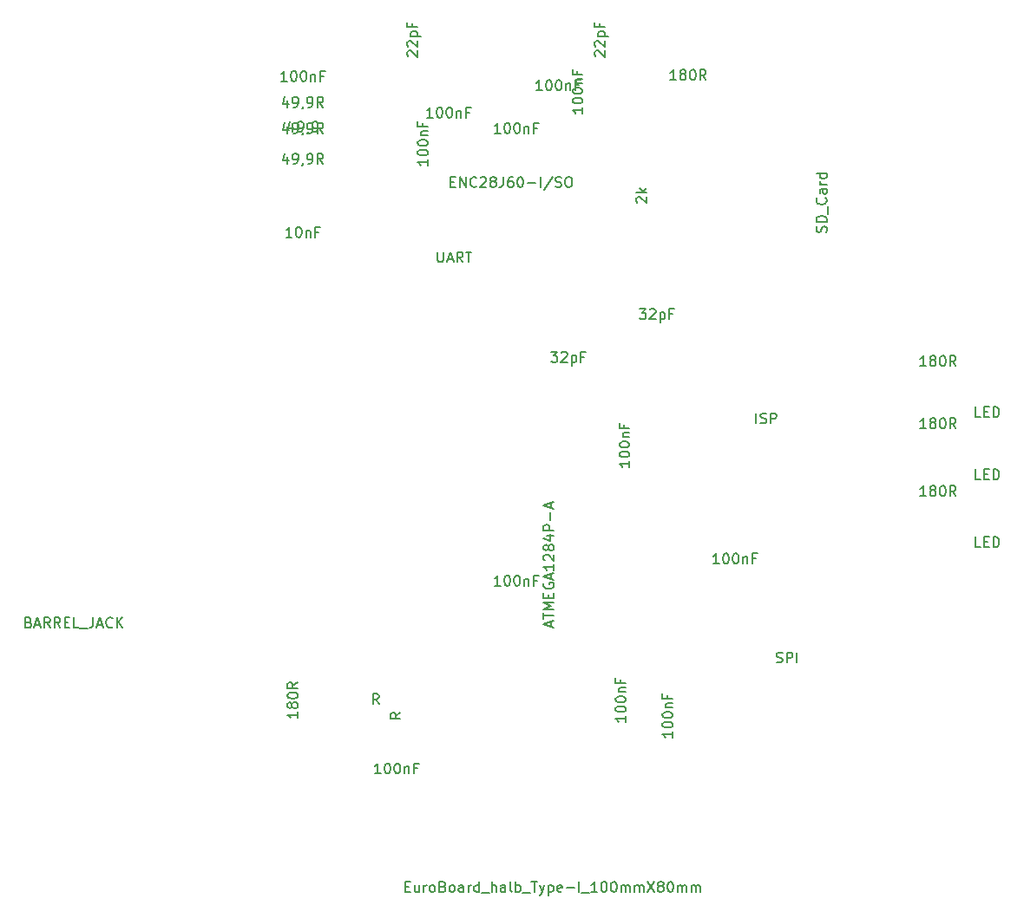
<source format=gbr>
G04 #@! TF.FileFunction,Other,Fab,Top*
%FSLAX46Y46*%
G04 Gerber Fmt 4.6, Leading zero omitted, Abs format (unit mm)*
G04 Created by KiCad (PCBNEW 4.0.1-stable) date 29.01.2016 22:06:19*
%MOMM*%
G01*
G04 APERTURE LIST*
%ADD10C,0.100000*%
%ADD11C,0.150000*%
G04 APERTURE END LIST*
D10*
D11*
X130399047Y-153344571D02*
X130732381Y-153344571D01*
X130875238Y-153868381D02*
X130399047Y-153868381D01*
X130399047Y-152868381D01*
X130875238Y-152868381D01*
X131732381Y-153201714D02*
X131732381Y-153868381D01*
X131303809Y-153201714D02*
X131303809Y-153725524D01*
X131351428Y-153820762D01*
X131446666Y-153868381D01*
X131589524Y-153868381D01*
X131684762Y-153820762D01*
X131732381Y-153773143D01*
X132208571Y-153868381D02*
X132208571Y-153201714D01*
X132208571Y-153392190D02*
X132256190Y-153296952D01*
X132303809Y-153249333D01*
X132399047Y-153201714D01*
X132494286Y-153201714D01*
X132970476Y-153868381D02*
X132875238Y-153820762D01*
X132827619Y-153773143D01*
X132780000Y-153677905D01*
X132780000Y-153392190D01*
X132827619Y-153296952D01*
X132875238Y-153249333D01*
X132970476Y-153201714D01*
X133113334Y-153201714D01*
X133208572Y-153249333D01*
X133256191Y-153296952D01*
X133303810Y-153392190D01*
X133303810Y-153677905D01*
X133256191Y-153773143D01*
X133208572Y-153820762D01*
X133113334Y-153868381D01*
X132970476Y-153868381D01*
X134065715Y-153344571D02*
X134208572Y-153392190D01*
X134256191Y-153439810D01*
X134303810Y-153535048D01*
X134303810Y-153677905D01*
X134256191Y-153773143D01*
X134208572Y-153820762D01*
X134113334Y-153868381D01*
X133732381Y-153868381D01*
X133732381Y-152868381D01*
X134065715Y-152868381D01*
X134160953Y-152916000D01*
X134208572Y-152963619D01*
X134256191Y-153058857D01*
X134256191Y-153154095D01*
X134208572Y-153249333D01*
X134160953Y-153296952D01*
X134065715Y-153344571D01*
X133732381Y-153344571D01*
X134875238Y-153868381D02*
X134780000Y-153820762D01*
X134732381Y-153773143D01*
X134684762Y-153677905D01*
X134684762Y-153392190D01*
X134732381Y-153296952D01*
X134780000Y-153249333D01*
X134875238Y-153201714D01*
X135018096Y-153201714D01*
X135113334Y-153249333D01*
X135160953Y-153296952D01*
X135208572Y-153392190D01*
X135208572Y-153677905D01*
X135160953Y-153773143D01*
X135113334Y-153820762D01*
X135018096Y-153868381D01*
X134875238Y-153868381D01*
X136065715Y-153868381D02*
X136065715Y-153344571D01*
X136018096Y-153249333D01*
X135922858Y-153201714D01*
X135732381Y-153201714D01*
X135637143Y-153249333D01*
X136065715Y-153820762D02*
X135970477Y-153868381D01*
X135732381Y-153868381D01*
X135637143Y-153820762D01*
X135589524Y-153725524D01*
X135589524Y-153630286D01*
X135637143Y-153535048D01*
X135732381Y-153487429D01*
X135970477Y-153487429D01*
X136065715Y-153439810D01*
X136541905Y-153868381D02*
X136541905Y-153201714D01*
X136541905Y-153392190D02*
X136589524Y-153296952D01*
X136637143Y-153249333D01*
X136732381Y-153201714D01*
X136827620Y-153201714D01*
X137589525Y-153868381D02*
X137589525Y-152868381D01*
X137589525Y-153820762D02*
X137494287Y-153868381D01*
X137303810Y-153868381D01*
X137208572Y-153820762D01*
X137160953Y-153773143D01*
X137113334Y-153677905D01*
X137113334Y-153392190D01*
X137160953Y-153296952D01*
X137208572Y-153249333D01*
X137303810Y-153201714D01*
X137494287Y-153201714D01*
X137589525Y-153249333D01*
X137827620Y-153963619D02*
X138589525Y-153963619D01*
X138827620Y-153868381D02*
X138827620Y-152868381D01*
X139256192Y-153868381D02*
X139256192Y-153344571D01*
X139208573Y-153249333D01*
X139113335Y-153201714D01*
X138970477Y-153201714D01*
X138875239Y-153249333D01*
X138827620Y-153296952D01*
X140160954Y-153868381D02*
X140160954Y-153344571D01*
X140113335Y-153249333D01*
X140018097Y-153201714D01*
X139827620Y-153201714D01*
X139732382Y-153249333D01*
X140160954Y-153820762D02*
X140065716Y-153868381D01*
X139827620Y-153868381D01*
X139732382Y-153820762D01*
X139684763Y-153725524D01*
X139684763Y-153630286D01*
X139732382Y-153535048D01*
X139827620Y-153487429D01*
X140065716Y-153487429D01*
X140160954Y-153439810D01*
X140780001Y-153868381D02*
X140684763Y-153820762D01*
X140637144Y-153725524D01*
X140637144Y-152868381D01*
X141160954Y-153868381D02*
X141160954Y-152868381D01*
X141160954Y-153249333D02*
X141256192Y-153201714D01*
X141446669Y-153201714D01*
X141541907Y-153249333D01*
X141589526Y-153296952D01*
X141637145Y-153392190D01*
X141637145Y-153677905D01*
X141589526Y-153773143D01*
X141541907Y-153820762D01*
X141446669Y-153868381D01*
X141256192Y-153868381D01*
X141160954Y-153820762D01*
X141827621Y-153963619D02*
X142589526Y-153963619D01*
X142684764Y-152868381D02*
X143256193Y-152868381D01*
X142970478Y-153868381D02*
X142970478Y-152868381D01*
X143494288Y-153201714D02*
X143732383Y-153868381D01*
X143970479Y-153201714D02*
X143732383Y-153868381D01*
X143637145Y-154106476D01*
X143589526Y-154154095D01*
X143494288Y-154201714D01*
X144351431Y-153201714D02*
X144351431Y-154201714D01*
X144351431Y-153249333D02*
X144446669Y-153201714D01*
X144637146Y-153201714D01*
X144732384Y-153249333D01*
X144780003Y-153296952D01*
X144827622Y-153392190D01*
X144827622Y-153677905D01*
X144780003Y-153773143D01*
X144732384Y-153820762D01*
X144637146Y-153868381D01*
X144446669Y-153868381D01*
X144351431Y-153820762D01*
X145637146Y-153820762D02*
X145541908Y-153868381D01*
X145351431Y-153868381D01*
X145256193Y-153820762D01*
X145208574Y-153725524D01*
X145208574Y-153344571D01*
X145256193Y-153249333D01*
X145351431Y-153201714D01*
X145541908Y-153201714D01*
X145637146Y-153249333D01*
X145684765Y-153344571D01*
X145684765Y-153439810D01*
X145208574Y-153535048D01*
X146113336Y-153487429D02*
X146875241Y-153487429D01*
X147351431Y-153868381D02*
X147351431Y-152868381D01*
X147589526Y-153963619D02*
X148351431Y-153963619D01*
X149113336Y-153868381D02*
X148541907Y-153868381D01*
X148827621Y-153868381D02*
X148827621Y-152868381D01*
X148732383Y-153011238D01*
X148637145Y-153106476D01*
X148541907Y-153154095D01*
X149732383Y-152868381D02*
X149827622Y-152868381D01*
X149922860Y-152916000D01*
X149970479Y-152963619D01*
X150018098Y-153058857D01*
X150065717Y-153249333D01*
X150065717Y-153487429D01*
X150018098Y-153677905D01*
X149970479Y-153773143D01*
X149922860Y-153820762D01*
X149827622Y-153868381D01*
X149732383Y-153868381D01*
X149637145Y-153820762D01*
X149589526Y-153773143D01*
X149541907Y-153677905D01*
X149494288Y-153487429D01*
X149494288Y-153249333D01*
X149541907Y-153058857D01*
X149589526Y-152963619D01*
X149637145Y-152916000D01*
X149732383Y-152868381D01*
X150684764Y-152868381D02*
X150780003Y-152868381D01*
X150875241Y-152916000D01*
X150922860Y-152963619D01*
X150970479Y-153058857D01*
X151018098Y-153249333D01*
X151018098Y-153487429D01*
X150970479Y-153677905D01*
X150922860Y-153773143D01*
X150875241Y-153820762D01*
X150780003Y-153868381D01*
X150684764Y-153868381D01*
X150589526Y-153820762D01*
X150541907Y-153773143D01*
X150494288Y-153677905D01*
X150446669Y-153487429D01*
X150446669Y-153249333D01*
X150494288Y-153058857D01*
X150541907Y-152963619D01*
X150589526Y-152916000D01*
X150684764Y-152868381D01*
X151446669Y-153868381D02*
X151446669Y-153201714D01*
X151446669Y-153296952D02*
X151494288Y-153249333D01*
X151589526Y-153201714D01*
X151732384Y-153201714D01*
X151827622Y-153249333D01*
X151875241Y-153344571D01*
X151875241Y-153868381D01*
X151875241Y-153344571D02*
X151922860Y-153249333D01*
X152018098Y-153201714D01*
X152160955Y-153201714D01*
X152256193Y-153249333D01*
X152303812Y-153344571D01*
X152303812Y-153868381D01*
X152780002Y-153868381D02*
X152780002Y-153201714D01*
X152780002Y-153296952D02*
X152827621Y-153249333D01*
X152922859Y-153201714D01*
X153065717Y-153201714D01*
X153160955Y-153249333D01*
X153208574Y-153344571D01*
X153208574Y-153868381D01*
X153208574Y-153344571D02*
X153256193Y-153249333D01*
X153351431Y-153201714D01*
X153494288Y-153201714D01*
X153589526Y-153249333D01*
X153637145Y-153344571D01*
X153637145Y-153868381D01*
X154018097Y-152868381D02*
X154684764Y-153868381D01*
X154684764Y-152868381D02*
X154018097Y-153868381D01*
X155208573Y-153296952D02*
X155113335Y-153249333D01*
X155065716Y-153201714D01*
X155018097Y-153106476D01*
X155018097Y-153058857D01*
X155065716Y-152963619D01*
X155113335Y-152916000D01*
X155208573Y-152868381D01*
X155399050Y-152868381D01*
X155494288Y-152916000D01*
X155541907Y-152963619D01*
X155589526Y-153058857D01*
X155589526Y-153106476D01*
X155541907Y-153201714D01*
X155494288Y-153249333D01*
X155399050Y-153296952D01*
X155208573Y-153296952D01*
X155113335Y-153344571D01*
X155065716Y-153392190D01*
X155018097Y-153487429D01*
X155018097Y-153677905D01*
X155065716Y-153773143D01*
X155113335Y-153820762D01*
X155208573Y-153868381D01*
X155399050Y-153868381D01*
X155494288Y-153820762D01*
X155541907Y-153773143D01*
X155589526Y-153677905D01*
X155589526Y-153487429D01*
X155541907Y-153392190D01*
X155494288Y-153344571D01*
X155399050Y-153296952D01*
X156208573Y-152868381D02*
X156303812Y-152868381D01*
X156399050Y-152916000D01*
X156446669Y-152963619D01*
X156494288Y-153058857D01*
X156541907Y-153249333D01*
X156541907Y-153487429D01*
X156494288Y-153677905D01*
X156446669Y-153773143D01*
X156399050Y-153820762D01*
X156303812Y-153868381D01*
X156208573Y-153868381D01*
X156113335Y-153820762D01*
X156065716Y-153773143D01*
X156018097Y-153677905D01*
X155970478Y-153487429D01*
X155970478Y-153249333D01*
X156018097Y-153058857D01*
X156065716Y-152963619D01*
X156113335Y-152916000D01*
X156208573Y-152868381D01*
X156970478Y-153868381D02*
X156970478Y-153201714D01*
X156970478Y-153296952D02*
X157018097Y-153249333D01*
X157113335Y-153201714D01*
X157256193Y-153201714D01*
X157351431Y-153249333D01*
X157399050Y-153344571D01*
X157399050Y-153868381D01*
X157399050Y-153344571D02*
X157446669Y-153249333D01*
X157541907Y-153201714D01*
X157684764Y-153201714D01*
X157780002Y-153249333D01*
X157827621Y-153344571D01*
X157827621Y-153868381D01*
X158303811Y-153868381D02*
X158303811Y-153201714D01*
X158303811Y-153296952D02*
X158351430Y-153249333D01*
X158446668Y-153201714D01*
X158589526Y-153201714D01*
X158684764Y-153249333D01*
X158732383Y-153344571D01*
X158732383Y-153868381D01*
X158732383Y-153344571D02*
X158780002Y-153249333D01*
X158875240Y-153201714D01*
X159018097Y-153201714D01*
X159113335Y-153249333D01*
X159160954Y-153344571D01*
X159160954Y-153868381D01*
X156476381Y-138199619D02*
X156476381Y-138771048D01*
X156476381Y-138485334D02*
X155476381Y-138485334D01*
X155619238Y-138580572D01*
X155714476Y-138675810D01*
X155762095Y-138771048D01*
X155476381Y-137580572D02*
X155476381Y-137485333D01*
X155524000Y-137390095D01*
X155571619Y-137342476D01*
X155666857Y-137294857D01*
X155857333Y-137247238D01*
X156095429Y-137247238D01*
X156285905Y-137294857D01*
X156381143Y-137342476D01*
X156428762Y-137390095D01*
X156476381Y-137485333D01*
X156476381Y-137580572D01*
X156428762Y-137675810D01*
X156381143Y-137723429D01*
X156285905Y-137771048D01*
X156095429Y-137818667D01*
X155857333Y-137818667D01*
X155666857Y-137771048D01*
X155571619Y-137723429D01*
X155524000Y-137675810D01*
X155476381Y-137580572D01*
X155476381Y-136628191D02*
X155476381Y-136532952D01*
X155524000Y-136437714D01*
X155571619Y-136390095D01*
X155666857Y-136342476D01*
X155857333Y-136294857D01*
X156095429Y-136294857D01*
X156285905Y-136342476D01*
X156381143Y-136390095D01*
X156428762Y-136437714D01*
X156476381Y-136532952D01*
X156476381Y-136628191D01*
X156428762Y-136723429D01*
X156381143Y-136771048D01*
X156285905Y-136818667D01*
X156095429Y-136866286D01*
X155857333Y-136866286D01*
X155666857Y-136818667D01*
X155571619Y-136771048D01*
X155524000Y-136723429D01*
X155476381Y-136628191D01*
X155809714Y-135866286D02*
X156476381Y-135866286D01*
X155904952Y-135866286D02*
X155857333Y-135818667D01*
X155809714Y-135723429D01*
X155809714Y-135580571D01*
X155857333Y-135485333D01*
X155952571Y-135437714D01*
X156476381Y-135437714D01*
X155952571Y-134628190D02*
X155952571Y-134961524D01*
X156476381Y-134961524D02*
X155476381Y-134961524D01*
X155476381Y-134485333D01*
X134811238Y-84510571D02*
X135144572Y-84510571D01*
X135287429Y-85034381D02*
X134811238Y-85034381D01*
X134811238Y-84034381D01*
X135287429Y-84034381D01*
X135716000Y-85034381D02*
X135716000Y-84034381D01*
X136287429Y-85034381D01*
X136287429Y-84034381D01*
X137335048Y-84939143D02*
X137287429Y-84986762D01*
X137144572Y-85034381D01*
X137049334Y-85034381D01*
X136906476Y-84986762D01*
X136811238Y-84891524D01*
X136763619Y-84796286D01*
X136716000Y-84605810D01*
X136716000Y-84462952D01*
X136763619Y-84272476D01*
X136811238Y-84177238D01*
X136906476Y-84082000D01*
X137049334Y-84034381D01*
X137144572Y-84034381D01*
X137287429Y-84082000D01*
X137335048Y-84129619D01*
X137716000Y-84129619D02*
X137763619Y-84082000D01*
X137858857Y-84034381D01*
X138096953Y-84034381D01*
X138192191Y-84082000D01*
X138239810Y-84129619D01*
X138287429Y-84224857D01*
X138287429Y-84320095D01*
X138239810Y-84462952D01*
X137668381Y-85034381D01*
X138287429Y-85034381D01*
X138858857Y-84462952D02*
X138763619Y-84415333D01*
X138716000Y-84367714D01*
X138668381Y-84272476D01*
X138668381Y-84224857D01*
X138716000Y-84129619D01*
X138763619Y-84082000D01*
X138858857Y-84034381D01*
X139049334Y-84034381D01*
X139144572Y-84082000D01*
X139192191Y-84129619D01*
X139239810Y-84224857D01*
X139239810Y-84272476D01*
X139192191Y-84367714D01*
X139144572Y-84415333D01*
X139049334Y-84462952D01*
X138858857Y-84462952D01*
X138763619Y-84510571D01*
X138716000Y-84558190D01*
X138668381Y-84653429D01*
X138668381Y-84843905D01*
X138716000Y-84939143D01*
X138763619Y-84986762D01*
X138858857Y-85034381D01*
X139049334Y-85034381D01*
X139144572Y-84986762D01*
X139192191Y-84939143D01*
X139239810Y-84843905D01*
X139239810Y-84653429D01*
X139192191Y-84558190D01*
X139144572Y-84510571D01*
X139049334Y-84462952D01*
X139954096Y-84034381D02*
X139954096Y-84748667D01*
X139906476Y-84891524D01*
X139811238Y-84986762D01*
X139668381Y-85034381D01*
X139573143Y-85034381D01*
X140858858Y-84034381D02*
X140668381Y-84034381D01*
X140573143Y-84082000D01*
X140525524Y-84129619D01*
X140430286Y-84272476D01*
X140382667Y-84462952D01*
X140382667Y-84843905D01*
X140430286Y-84939143D01*
X140477905Y-84986762D01*
X140573143Y-85034381D01*
X140763620Y-85034381D01*
X140858858Y-84986762D01*
X140906477Y-84939143D01*
X140954096Y-84843905D01*
X140954096Y-84605810D01*
X140906477Y-84510571D01*
X140858858Y-84462952D01*
X140763620Y-84415333D01*
X140573143Y-84415333D01*
X140477905Y-84462952D01*
X140430286Y-84510571D01*
X140382667Y-84605810D01*
X141573143Y-84034381D02*
X141668382Y-84034381D01*
X141763620Y-84082000D01*
X141811239Y-84129619D01*
X141858858Y-84224857D01*
X141906477Y-84415333D01*
X141906477Y-84653429D01*
X141858858Y-84843905D01*
X141811239Y-84939143D01*
X141763620Y-84986762D01*
X141668382Y-85034381D01*
X141573143Y-85034381D01*
X141477905Y-84986762D01*
X141430286Y-84939143D01*
X141382667Y-84843905D01*
X141335048Y-84653429D01*
X141335048Y-84415333D01*
X141382667Y-84224857D01*
X141430286Y-84129619D01*
X141477905Y-84082000D01*
X141573143Y-84034381D01*
X142335048Y-84653429D02*
X143096953Y-84653429D01*
X143573143Y-85034381D02*
X143573143Y-84034381D01*
X144763619Y-83986762D02*
X143906476Y-85272476D01*
X145049333Y-84986762D02*
X145192190Y-85034381D01*
X145430286Y-85034381D01*
X145525524Y-84986762D01*
X145573143Y-84939143D01*
X145620762Y-84843905D01*
X145620762Y-84748667D01*
X145573143Y-84653429D01*
X145525524Y-84605810D01*
X145430286Y-84558190D01*
X145239809Y-84510571D01*
X145144571Y-84462952D01*
X145096952Y-84415333D01*
X145049333Y-84320095D01*
X145049333Y-84224857D01*
X145096952Y-84129619D01*
X145144571Y-84082000D01*
X145239809Y-84034381D01*
X145477905Y-84034381D01*
X145620762Y-84082000D01*
X146239809Y-84034381D02*
X146430286Y-84034381D01*
X146525524Y-84082000D01*
X146620762Y-84177238D01*
X146668381Y-84367714D01*
X146668381Y-84701048D01*
X146620762Y-84891524D01*
X146525524Y-84986762D01*
X146430286Y-85034381D01*
X146239809Y-85034381D01*
X146144571Y-84986762D01*
X146049333Y-84891524D01*
X146001714Y-84701048D01*
X146001714Y-84367714D01*
X146049333Y-84177238D01*
X146144571Y-84082000D01*
X146239809Y-84034381D01*
X171456762Y-89424953D02*
X171504381Y-89282096D01*
X171504381Y-89044000D01*
X171456762Y-88948762D01*
X171409143Y-88901143D01*
X171313905Y-88853524D01*
X171218667Y-88853524D01*
X171123429Y-88901143D01*
X171075810Y-88948762D01*
X171028190Y-89044000D01*
X170980571Y-89234477D01*
X170932952Y-89329715D01*
X170885333Y-89377334D01*
X170790095Y-89424953D01*
X170694857Y-89424953D01*
X170599619Y-89377334D01*
X170552000Y-89329715D01*
X170504381Y-89234477D01*
X170504381Y-88996381D01*
X170552000Y-88853524D01*
X171504381Y-88424953D02*
X170504381Y-88424953D01*
X170504381Y-88186858D01*
X170552000Y-88044000D01*
X170647238Y-87948762D01*
X170742476Y-87901143D01*
X170932952Y-87853524D01*
X171075810Y-87853524D01*
X171266286Y-87901143D01*
X171361524Y-87948762D01*
X171456762Y-88044000D01*
X171504381Y-88186858D01*
X171504381Y-88424953D01*
X171599619Y-87663048D02*
X171599619Y-86901143D01*
X171409143Y-86091619D02*
X171456762Y-86139238D01*
X171504381Y-86282095D01*
X171504381Y-86377333D01*
X171456762Y-86520191D01*
X171361524Y-86615429D01*
X171266286Y-86663048D01*
X171075810Y-86710667D01*
X170932952Y-86710667D01*
X170742476Y-86663048D01*
X170647238Y-86615429D01*
X170552000Y-86520191D01*
X170504381Y-86377333D01*
X170504381Y-86282095D01*
X170552000Y-86139238D01*
X170599619Y-86091619D01*
X171504381Y-85234476D02*
X170980571Y-85234476D01*
X170885333Y-85282095D01*
X170837714Y-85377333D01*
X170837714Y-85567810D01*
X170885333Y-85663048D01*
X171456762Y-85234476D02*
X171504381Y-85329714D01*
X171504381Y-85567810D01*
X171456762Y-85663048D01*
X171361524Y-85710667D01*
X171266286Y-85710667D01*
X171171048Y-85663048D01*
X171123429Y-85567810D01*
X171123429Y-85329714D01*
X171075810Y-85234476D01*
X171504381Y-84758286D02*
X170837714Y-84758286D01*
X171028190Y-84758286D02*
X170932952Y-84710667D01*
X170885333Y-84663048D01*
X170837714Y-84567810D01*
X170837714Y-84472571D01*
X171504381Y-83710666D02*
X170504381Y-83710666D01*
X171456762Y-83710666D02*
X171504381Y-83805904D01*
X171504381Y-83996381D01*
X171456762Y-84091619D01*
X171409143Y-84139238D01*
X171313905Y-84186857D01*
X171028190Y-84186857D01*
X170932952Y-84139238D01*
X170885333Y-84091619D01*
X170837714Y-83996381D01*
X170837714Y-83805904D01*
X170885333Y-83710666D01*
X144608667Y-127943810D02*
X144608667Y-127467619D01*
X144894381Y-128039048D02*
X143894381Y-127705715D01*
X144894381Y-127372381D01*
X143894381Y-127181905D02*
X143894381Y-126610476D01*
X144894381Y-126896191D02*
X143894381Y-126896191D01*
X144894381Y-126277143D02*
X143894381Y-126277143D01*
X144608667Y-125943809D01*
X143894381Y-125610476D01*
X144894381Y-125610476D01*
X144370571Y-125134286D02*
X144370571Y-124800952D01*
X144894381Y-124658095D02*
X144894381Y-125134286D01*
X143894381Y-125134286D01*
X143894381Y-124658095D01*
X143942000Y-123705714D02*
X143894381Y-123800952D01*
X143894381Y-123943809D01*
X143942000Y-124086667D01*
X144037238Y-124181905D01*
X144132476Y-124229524D01*
X144322952Y-124277143D01*
X144465810Y-124277143D01*
X144656286Y-124229524D01*
X144751524Y-124181905D01*
X144846762Y-124086667D01*
X144894381Y-123943809D01*
X144894381Y-123848571D01*
X144846762Y-123705714D01*
X144799143Y-123658095D01*
X144465810Y-123658095D01*
X144465810Y-123848571D01*
X144608667Y-123277143D02*
X144608667Y-122800952D01*
X144894381Y-123372381D02*
X143894381Y-123039048D01*
X144894381Y-122705714D01*
X144894381Y-121848571D02*
X144894381Y-122420000D01*
X144894381Y-122134286D02*
X143894381Y-122134286D01*
X144037238Y-122229524D01*
X144132476Y-122324762D01*
X144180095Y-122420000D01*
X143989619Y-121467619D02*
X143942000Y-121420000D01*
X143894381Y-121324762D01*
X143894381Y-121086666D01*
X143942000Y-120991428D01*
X143989619Y-120943809D01*
X144084857Y-120896190D01*
X144180095Y-120896190D01*
X144322952Y-120943809D01*
X144894381Y-121515238D01*
X144894381Y-120896190D01*
X144322952Y-120324762D02*
X144275333Y-120420000D01*
X144227714Y-120467619D01*
X144132476Y-120515238D01*
X144084857Y-120515238D01*
X143989619Y-120467619D01*
X143942000Y-120420000D01*
X143894381Y-120324762D01*
X143894381Y-120134285D01*
X143942000Y-120039047D01*
X143989619Y-119991428D01*
X144084857Y-119943809D01*
X144132476Y-119943809D01*
X144227714Y-119991428D01*
X144275333Y-120039047D01*
X144322952Y-120134285D01*
X144322952Y-120324762D01*
X144370571Y-120420000D01*
X144418190Y-120467619D01*
X144513429Y-120515238D01*
X144703905Y-120515238D01*
X144799143Y-120467619D01*
X144846762Y-120420000D01*
X144894381Y-120324762D01*
X144894381Y-120134285D01*
X144846762Y-120039047D01*
X144799143Y-119991428D01*
X144703905Y-119943809D01*
X144513429Y-119943809D01*
X144418190Y-119991428D01*
X144370571Y-120039047D01*
X144322952Y-120134285D01*
X144227714Y-119086666D02*
X144894381Y-119086666D01*
X143846762Y-119324762D02*
X144561048Y-119562857D01*
X144561048Y-118943809D01*
X144894381Y-118562857D02*
X143894381Y-118562857D01*
X143894381Y-118181904D01*
X143942000Y-118086666D01*
X143989619Y-118039047D01*
X144084857Y-117991428D01*
X144227714Y-117991428D01*
X144322952Y-118039047D01*
X144370571Y-118086666D01*
X144418190Y-118181904D01*
X144418190Y-118562857D01*
X144513429Y-117562857D02*
X144513429Y-116800952D01*
X144608667Y-116372381D02*
X144608667Y-115896190D01*
X144894381Y-116467619D02*
X143894381Y-116134286D01*
X144894381Y-115800952D01*
X147704381Y-77239619D02*
X147704381Y-77811048D01*
X147704381Y-77525334D02*
X146704381Y-77525334D01*
X146847238Y-77620572D01*
X146942476Y-77715810D01*
X146990095Y-77811048D01*
X146704381Y-76620572D02*
X146704381Y-76525333D01*
X146752000Y-76430095D01*
X146799619Y-76382476D01*
X146894857Y-76334857D01*
X147085333Y-76287238D01*
X147323429Y-76287238D01*
X147513905Y-76334857D01*
X147609143Y-76382476D01*
X147656762Y-76430095D01*
X147704381Y-76525333D01*
X147704381Y-76620572D01*
X147656762Y-76715810D01*
X147609143Y-76763429D01*
X147513905Y-76811048D01*
X147323429Y-76858667D01*
X147085333Y-76858667D01*
X146894857Y-76811048D01*
X146799619Y-76763429D01*
X146752000Y-76715810D01*
X146704381Y-76620572D01*
X146704381Y-75668191D02*
X146704381Y-75572952D01*
X146752000Y-75477714D01*
X146799619Y-75430095D01*
X146894857Y-75382476D01*
X147085333Y-75334857D01*
X147323429Y-75334857D01*
X147513905Y-75382476D01*
X147609143Y-75430095D01*
X147656762Y-75477714D01*
X147704381Y-75572952D01*
X147704381Y-75668191D01*
X147656762Y-75763429D01*
X147609143Y-75811048D01*
X147513905Y-75858667D01*
X147323429Y-75906286D01*
X147085333Y-75906286D01*
X146894857Y-75858667D01*
X146799619Y-75811048D01*
X146752000Y-75763429D01*
X146704381Y-75668191D01*
X147037714Y-74906286D02*
X147704381Y-74906286D01*
X147132952Y-74906286D02*
X147085333Y-74858667D01*
X147037714Y-74763429D01*
X147037714Y-74620571D01*
X147085333Y-74525333D01*
X147180571Y-74477714D01*
X147704381Y-74477714D01*
X147180571Y-73668190D02*
X147180571Y-74001524D01*
X147704381Y-74001524D02*
X146704381Y-74001524D01*
X146704381Y-73525333D01*
X143740381Y-75568381D02*
X143168952Y-75568381D01*
X143454666Y-75568381D02*
X143454666Y-74568381D01*
X143359428Y-74711238D01*
X143264190Y-74806476D01*
X143168952Y-74854095D01*
X144359428Y-74568381D02*
X144454667Y-74568381D01*
X144549905Y-74616000D01*
X144597524Y-74663619D01*
X144645143Y-74758857D01*
X144692762Y-74949333D01*
X144692762Y-75187429D01*
X144645143Y-75377905D01*
X144597524Y-75473143D01*
X144549905Y-75520762D01*
X144454667Y-75568381D01*
X144359428Y-75568381D01*
X144264190Y-75520762D01*
X144216571Y-75473143D01*
X144168952Y-75377905D01*
X144121333Y-75187429D01*
X144121333Y-74949333D01*
X144168952Y-74758857D01*
X144216571Y-74663619D01*
X144264190Y-74616000D01*
X144359428Y-74568381D01*
X145311809Y-74568381D02*
X145407048Y-74568381D01*
X145502286Y-74616000D01*
X145549905Y-74663619D01*
X145597524Y-74758857D01*
X145645143Y-74949333D01*
X145645143Y-75187429D01*
X145597524Y-75377905D01*
X145549905Y-75473143D01*
X145502286Y-75520762D01*
X145407048Y-75568381D01*
X145311809Y-75568381D01*
X145216571Y-75520762D01*
X145168952Y-75473143D01*
X145121333Y-75377905D01*
X145073714Y-75187429D01*
X145073714Y-74949333D01*
X145121333Y-74758857D01*
X145168952Y-74663619D01*
X145216571Y-74616000D01*
X145311809Y-74568381D01*
X146073714Y-74901714D02*
X146073714Y-75568381D01*
X146073714Y-74996952D02*
X146121333Y-74949333D01*
X146216571Y-74901714D01*
X146359429Y-74901714D01*
X146454667Y-74949333D01*
X146502286Y-75044571D01*
X146502286Y-75568381D01*
X147311810Y-75044571D02*
X146978476Y-75044571D01*
X146978476Y-75568381D02*
X146978476Y-74568381D01*
X147454667Y-74568381D01*
X132600381Y-82319619D02*
X132600381Y-82891048D01*
X132600381Y-82605334D02*
X131600381Y-82605334D01*
X131743238Y-82700572D01*
X131838476Y-82795810D01*
X131886095Y-82891048D01*
X131600381Y-81700572D02*
X131600381Y-81605333D01*
X131648000Y-81510095D01*
X131695619Y-81462476D01*
X131790857Y-81414857D01*
X131981333Y-81367238D01*
X132219429Y-81367238D01*
X132409905Y-81414857D01*
X132505143Y-81462476D01*
X132552762Y-81510095D01*
X132600381Y-81605333D01*
X132600381Y-81700572D01*
X132552762Y-81795810D01*
X132505143Y-81843429D01*
X132409905Y-81891048D01*
X132219429Y-81938667D01*
X131981333Y-81938667D01*
X131790857Y-81891048D01*
X131695619Y-81843429D01*
X131648000Y-81795810D01*
X131600381Y-81700572D01*
X131600381Y-80748191D02*
X131600381Y-80652952D01*
X131648000Y-80557714D01*
X131695619Y-80510095D01*
X131790857Y-80462476D01*
X131981333Y-80414857D01*
X132219429Y-80414857D01*
X132409905Y-80462476D01*
X132505143Y-80510095D01*
X132552762Y-80557714D01*
X132600381Y-80652952D01*
X132600381Y-80748191D01*
X132552762Y-80843429D01*
X132505143Y-80891048D01*
X132409905Y-80938667D01*
X132219429Y-80986286D01*
X131981333Y-80986286D01*
X131790857Y-80938667D01*
X131695619Y-80891048D01*
X131648000Y-80843429D01*
X131600381Y-80748191D01*
X131933714Y-79986286D02*
X132600381Y-79986286D01*
X132028952Y-79986286D02*
X131981333Y-79938667D01*
X131933714Y-79843429D01*
X131933714Y-79700571D01*
X131981333Y-79605333D01*
X132076571Y-79557714D01*
X132600381Y-79557714D01*
X132076571Y-78748190D02*
X132076571Y-79081524D01*
X132600381Y-79081524D02*
X131600381Y-79081524D01*
X131600381Y-78605333D01*
X133072381Y-78244381D02*
X132500952Y-78244381D01*
X132786666Y-78244381D02*
X132786666Y-77244381D01*
X132691428Y-77387238D01*
X132596190Y-77482476D01*
X132500952Y-77530095D01*
X133691428Y-77244381D02*
X133786667Y-77244381D01*
X133881905Y-77292000D01*
X133929524Y-77339619D01*
X133977143Y-77434857D01*
X134024762Y-77625333D01*
X134024762Y-77863429D01*
X133977143Y-78053905D01*
X133929524Y-78149143D01*
X133881905Y-78196762D01*
X133786667Y-78244381D01*
X133691428Y-78244381D01*
X133596190Y-78196762D01*
X133548571Y-78149143D01*
X133500952Y-78053905D01*
X133453333Y-77863429D01*
X133453333Y-77625333D01*
X133500952Y-77434857D01*
X133548571Y-77339619D01*
X133596190Y-77292000D01*
X133691428Y-77244381D01*
X134643809Y-77244381D02*
X134739048Y-77244381D01*
X134834286Y-77292000D01*
X134881905Y-77339619D01*
X134929524Y-77434857D01*
X134977143Y-77625333D01*
X134977143Y-77863429D01*
X134929524Y-78053905D01*
X134881905Y-78149143D01*
X134834286Y-78196762D01*
X134739048Y-78244381D01*
X134643809Y-78244381D01*
X134548571Y-78196762D01*
X134500952Y-78149143D01*
X134453333Y-78053905D01*
X134405714Y-77863429D01*
X134405714Y-77625333D01*
X134453333Y-77434857D01*
X134500952Y-77339619D01*
X134548571Y-77292000D01*
X134643809Y-77244381D01*
X135405714Y-77577714D02*
X135405714Y-78244381D01*
X135405714Y-77672952D02*
X135453333Y-77625333D01*
X135548571Y-77577714D01*
X135691429Y-77577714D01*
X135786667Y-77625333D01*
X135834286Y-77720571D01*
X135834286Y-78244381D01*
X136643810Y-77720571D02*
X136310476Y-77720571D01*
X136310476Y-78244381D02*
X136310476Y-77244381D01*
X136786667Y-77244381D01*
X139676381Y-79768381D02*
X139104952Y-79768381D01*
X139390666Y-79768381D02*
X139390666Y-78768381D01*
X139295428Y-78911238D01*
X139200190Y-79006476D01*
X139104952Y-79054095D01*
X140295428Y-78768381D02*
X140390667Y-78768381D01*
X140485905Y-78816000D01*
X140533524Y-78863619D01*
X140581143Y-78958857D01*
X140628762Y-79149333D01*
X140628762Y-79387429D01*
X140581143Y-79577905D01*
X140533524Y-79673143D01*
X140485905Y-79720762D01*
X140390667Y-79768381D01*
X140295428Y-79768381D01*
X140200190Y-79720762D01*
X140152571Y-79673143D01*
X140104952Y-79577905D01*
X140057333Y-79387429D01*
X140057333Y-79149333D01*
X140104952Y-78958857D01*
X140152571Y-78863619D01*
X140200190Y-78816000D01*
X140295428Y-78768381D01*
X141247809Y-78768381D02*
X141343048Y-78768381D01*
X141438286Y-78816000D01*
X141485905Y-78863619D01*
X141533524Y-78958857D01*
X141581143Y-79149333D01*
X141581143Y-79387429D01*
X141533524Y-79577905D01*
X141485905Y-79673143D01*
X141438286Y-79720762D01*
X141343048Y-79768381D01*
X141247809Y-79768381D01*
X141152571Y-79720762D01*
X141104952Y-79673143D01*
X141057333Y-79577905D01*
X141009714Y-79387429D01*
X141009714Y-79149333D01*
X141057333Y-78958857D01*
X141104952Y-78863619D01*
X141152571Y-78816000D01*
X141247809Y-78768381D01*
X142009714Y-79101714D02*
X142009714Y-79768381D01*
X142009714Y-79196952D02*
X142057333Y-79149333D01*
X142152571Y-79101714D01*
X142295429Y-79101714D01*
X142390667Y-79149333D01*
X142438286Y-79244571D01*
X142438286Y-79768381D01*
X143247810Y-79244571D02*
X142914476Y-79244571D01*
X142914476Y-79768381D02*
X142914476Y-78768381D01*
X143390667Y-78768381D01*
X148967619Y-72254857D02*
X148920000Y-72207238D01*
X148872381Y-72112000D01*
X148872381Y-71873904D01*
X148920000Y-71778666D01*
X148967619Y-71731047D01*
X149062857Y-71683428D01*
X149158095Y-71683428D01*
X149300952Y-71731047D01*
X149872381Y-72302476D01*
X149872381Y-71683428D01*
X148967619Y-71302476D02*
X148920000Y-71254857D01*
X148872381Y-71159619D01*
X148872381Y-70921523D01*
X148920000Y-70826285D01*
X148967619Y-70778666D01*
X149062857Y-70731047D01*
X149158095Y-70731047D01*
X149300952Y-70778666D01*
X149872381Y-71350095D01*
X149872381Y-70731047D01*
X149205714Y-70302476D02*
X150205714Y-70302476D01*
X149253333Y-70302476D02*
X149205714Y-70207238D01*
X149205714Y-70016761D01*
X149253333Y-69921523D01*
X149300952Y-69873904D01*
X149396190Y-69826285D01*
X149681905Y-69826285D01*
X149777143Y-69873904D01*
X149824762Y-69921523D01*
X149872381Y-70016761D01*
X149872381Y-70207238D01*
X149824762Y-70302476D01*
X149348571Y-69064380D02*
X149348571Y-69397714D01*
X149872381Y-69397714D02*
X148872381Y-69397714D01*
X148872381Y-68921523D01*
X118848381Y-74688381D02*
X118276952Y-74688381D01*
X118562666Y-74688381D02*
X118562666Y-73688381D01*
X118467428Y-73831238D01*
X118372190Y-73926476D01*
X118276952Y-73974095D01*
X119467428Y-73688381D02*
X119562667Y-73688381D01*
X119657905Y-73736000D01*
X119705524Y-73783619D01*
X119753143Y-73878857D01*
X119800762Y-74069333D01*
X119800762Y-74307429D01*
X119753143Y-74497905D01*
X119705524Y-74593143D01*
X119657905Y-74640762D01*
X119562667Y-74688381D01*
X119467428Y-74688381D01*
X119372190Y-74640762D01*
X119324571Y-74593143D01*
X119276952Y-74497905D01*
X119229333Y-74307429D01*
X119229333Y-74069333D01*
X119276952Y-73878857D01*
X119324571Y-73783619D01*
X119372190Y-73736000D01*
X119467428Y-73688381D01*
X120419809Y-73688381D02*
X120515048Y-73688381D01*
X120610286Y-73736000D01*
X120657905Y-73783619D01*
X120705524Y-73878857D01*
X120753143Y-74069333D01*
X120753143Y-74307429D01*
X120705524Y-74497905D01*
X120657905Y-74593143D01*
X120610286Y-74640762D01*
X120515048Y-74688381D01*
X120419809Y-74688381D01*
X120324571Y-74640762D01*
X120276952Y-74593143D01*
X120229333Y-74497905D01*
X120181714Y-74307429D01*
X120181714Y-74069333D01*
X120229333Y-73878857D01*
X120276952Y-73783619D01*
X120324571Y-73736000D01*
X120419809Y-73688381D01*
X121181714Y-74021714D02*
X121181714Y-74688381D01*
X121181714Y-74116952D02*
X121229333Y-74069333D01*
X121324571Y-74021714D01*
X121467429Y-74021714D01*
X121562667Y-74069333D01*
X121610286Y-74164571D01*
X121610286Y-74688381D01*
X122419810Y-74164571D02*
X122086476Y-74164571D01*
X122086476Y-74688381D02*
X122086476Y-73688381D01*
X122562667Y-73688381D01*
X119324572Y-89928381D02*
X118753143Y-89928381D01*
X119038857Y-89928381D02*
X119038857Y-88928381D01*
X118943619Y-89071238D01*
X118848381Y-89166476D01*
X118753143Y-89214095D01*
X119943619Y-88928381D02*
X120038858Y-88928381D01*
X120134096Y-88976000D01*
X120181715Y-89023619D01*
X120229334Y-89118857D01*
X120276953Y-89309333D01*
X120276953Y-89547429D01*
X120229334Y-89737905D01*
X120181715Y-89833143D01*
X120134096Y-89880762D01*
X120038858Y-89928381D01*
X119943619Y-89928381D01*
X119848381Y-89880762D01*
X119800762Y-89833143D01*
X119753143Y-89737905D01*
X119705524Y-89547429D01*
X119705524Y-89309333D01*
X119753143Y-89118857D01*
X119800762Y-89023619D01*
X119848381Y-88976000D01*
X119943619Y-88928381D01*
X120705524Y-89261714D02*
X120705524Y-89928381D01*
X120705524Y-89356952D02*
X120753143Y-89309333D01*
X120848381Y-89261714D01*
X120991239Y-89261714D01*
X121086477Y-89309333D01*
X121134096Y-89404571D01*
X121134096Y-89928381D01*
X121943620Y-89404571D02*
X121610286Y-89404571D01*
X121610286Y-89928381D02*
X121610286Y-88928381D01*
X122086477Y-88928381D01*
X152276381Y-111783619D02*
X152276381Y-112355048D01*
X152276381Y-112069334D02*
X151276381Y-112069334D01*
X151419238Y-112164572D01*
X151514476Y-112259810D01*
X151562095Y-112355048D01*
X151276381Y-111164572D02*
X151276381Y-111069333D01*
X151324000Y-110974095D01*
X151371619Y-110926476D01*
X151466857Y-110878857D01*
X151657333Y-110831238D01*
X151895429Y-110831238D01*
X152085905Y-110878857D01*
X152181143Y-110926476D01*
X152228762Y-110974095D01*
X152276381Y-111069333D01*
X152276381Y-111164572D01*
X152228762Y-111259810D01*
X152181143Y-111307429D01*
X152085905Y-111355048D01*
X151895429Y-111402667D01*
X151657333Y-111402667D01*
X151466857Y-111355048D01*
X151371619Y-111307429D01*
X151324000Y-111259810D01*
X151276381Y-111164572D01*
X151276381Y-110212191D02*
X151276381Y-110116952D01*
X151324000Y-110021714D01*
X151371619Y-109974095D01*
X151466857Y-109926476D01*
X151657333Y-109878857D01*
X151895429Y-109878857D01*
X152085905Y-109926476D01*
X152181143Y-109974095D01*
X152228762Y-110021714D01*
X152276381Y-110116952D01*
X152276381Y-110212191D01*
X152228762Y-110307429D01*
X152181143Y-110355048D01*
X152085905Y-110402667D01*
X151895429Y-110450286D01*
X151657333Y-110450286D01*
X151466857Y-110402667D01*
X151371619Y-110355048D01*
X151324000Y-110307429D01*
X151276381Y-110212191D01*
X151609714Y-109450286D02*
X152276381Y-109450286D01*
X151704952Y-109450286D02*
X151657333Y-109402667D01*
X151609714Y-109307429D01*
X151609714Y-109164571D01*
X151657333Y-109069333D01*
X151752571Y-109021714D01*
X152276381Y-109021714D01*
X151752571Y-108212190D02*
X151752571Y-108545524D01*
X152276381Y-108545524D02*
X151276381Y-108545524D01*
X151276381Y-108069333D01*
X139676381Y-123964381D02*
X139104952Y-123964381D01*
X139390666Y-123964381D02*
X139390666Y-122964381D01*
X139295428Y-123107238D01*
X139200190Y-123202476D01*
X139104952Y-123250095D01*
X140295428Y-122964381D02*
X140390667Y-122964381D01*
X140485905Y-123012000D01*
X140533524Y-123059619D01*
X140581143Y-123154857D01*
X140628762Y-123345333D01*
X140628762Y-123583429D01*
X140581143Y-123773905D01*
X140533524Y-123869143D01*
X140485905Y-123916762D01*
X140390667Y-123964381D01*
X140295428Y-123964381D01*
X140200190Y-123916762D01*
X140152571Y-123869143D01*
X140104952Y-123773905D01*
X140057333Y-123583429D01*
X140057333Y-123345333D01*
X140104952Y-123154857D01*
X140152571Y-123059619D01*
X140200190Y-123012000D01*
X140295428Y-122964381D01*
X141247809Y-122964381D02*
X141343048Y-122964381D01*
X141438286Y-123012000D01*
X141485905Y-123059619D01*
X141533524Y-123154857D01*
X141581143Y-123345333D01*
X141581143Y-123583429D01*
X141533524Y-123773905D01*
X141485905Y-123869143D01*
X141438286Y-123916762D01*
X141343048Y-123964381D01*
X141247809Y-123964381D01*
X141152571Y-123916762D01*
X141104952Y-123869143D01*
X141057333Y-123773905D01*
X141009714Y-123583429D01*
X141009714Y-123345333D01*
X141057333Y-123154857D01*
X141104952Y-123059619D01*
X141152571Y-123012000D01*
X141247809Y-122964381D01*
X142009714Y-123297714D02*
X142009714Y-123964381D01*
X142009714Y-123392952D02*
X142057333Y-123345333D01*
X142152571Y-123297714D01*
X142295429Y-123297714D01*
X142390667Y-123345333D01*
X142438286Y-123440571D01*
X142438286Y-123964381D01*
X143247810Y-123440571D02*
X142914476Y-123440571D01*
X142914476Y-123964381D02*
X142914476Y-122964381D01*
X143390667Y-122964381D01*
X161012381Y-121796381D02*
X160440952Y-121796381D01*
X160726666Y-121796381D02*
X160726666Y-120796381D01*
X160631428Y-120939238D01*
X160536190Y-121034476D01*
X160440952Y-121082095D01*
X161631428Y-120796381D02*
X161726667Y-120796381D01*
X161821905Y-120844000D01*
X161869524Y-120891619D01*
X161917143Y-120986857D01*
X161964762Y-121177333D01*
X161964762Y-121415429D01*
X161917143Y-121605905D01*
X161869524Y-121701143D01*
X161821905Y-121748762D01*
X161726667Y-121796381D01*
X161631428Y-121796381D01*
X161536190Y-121748762D01*
X161488571Y-121701143D01*
X161440952Y-121605905D01*
X161393333Y-121415429D01*
X161393333Y-121177333D01*
X161440952Y-120986857D01*
X161488571Y-120891619D01*
X161536190Y-120844000D01*
X161631428Y-120796381D01*
X162583809Y-120796381D02*
X162679048Y-120796381D01*
X162774286Y-120844000D01*
X162821905Y-120891619D01*
X162869524Y-120986857D01*
X162917143Y-121177333D01*
X162917143Y-121415429D01*
X162869524Y-121605905D01*
X162821905Y-121701143D01*
X162774286Y-121748762D01*
X162679048Y-121796381D01*
X162583809Y-121796381D01*
X162488571Y-121748762D01*
X162440952Y-121701143D01*
X162393333Y-121605905D01*
X162345714Y-121415429D01*
X162345714Y-121177333D01*
X162393333Y-120986857D01*
X162440952Y-120891619D01*
X162488571Y-120844000D01*
X162583809Y-120796381D01*
X163345714Y-121129714D02*
X163345714Y-121796381D01*
X163345714Y-121224952D02*
X163393333Y-121177333D01*
X163488571Y-121129714D01*
X163631429Y-121129714D01*
X163726667Y-121177333D01*
X163774286Y-121272571D01*
X163774286Y-121796381D01*
X164583810Y-121272571D02*
X164250476Y-121272571D01*
X164250476Y-121796381D02*
X164250476Y-120796381D01*
X164726667Y-120796381D01*
X151904381Y-136675619D02*
X151904381Y-137247048D01*
X151904381Y-136961334D02*
X150904381Y-136961334D01*
X151047238Y-137056572D01*
X151142476Y-137151810D01*
X151190095Y-137247048D01*
X150904381Y-136056572D02*
X150904381Y-135961333D01*
X150952000Y-135866095D01*
X150999619Y-135818476D01*
X151094857Y-135770857D01*
X151285333Y-135723238D01*
X151523429Y-135723238D01*
X151713905Y-135770857D01*
X151809143Y-135818476D01*
X151856762Y-135866095D01*
X151904381Y-135961333D01*
X151904381Y-136056572D01*
X151856762Y-136151810D01*
X151809143Y-136199429D01*
X151713905Y-136247048D01*
X151523429Y-136294667D01*
X151285333Y-136294667D01*
X151094857Y-136247048D01*
X150999619Y-136199429D01*
X150952000Y-136151810D01*
X150904381Y-136056572D01*
X150904381Y-135104191D02*
X150904381Y-135008952D01*
X150952000Y-134913714D01*
X150999619Y-134866095D01*
X151094857Y-134818476D01*
X151285333Y-134770857D01*
X151523429Y-134770857D01*
X151713905Y-134818476D01*
X151809143Y-134866095D01*
X151856762Y-134913714D01*
X151904381Y-135008952D01*
X151904381Y-135104191D01*
X151856762Y-135199429D01*
X151809143Y-135247048D01*
X151713905Y-135294667D01*
X151523429Y-135342286D01*
X151285333Y-135342286D01*
X151094857Y-135294667D01*
X150999619Y-135247048D01*
X150952000Y-135199429D01*
X150904381Y-135104191D01*
X151237714Y-134342286D02*
X151904381Y-134342286D01*
X151332952Y-134342286D02*
X151285333Y-134294667D01*
X151237714Y-134199429D01*
X151237714Y-134056571D01*
X151285333Y-133961333D01*
X151380571Y-133913714D01*
X151904381Y-133913714D01*
X151380571Y-133104190D02*
X151380571Y-133437524D01*
X151904381Y-133437524D02*
X150904381Y-133437524D01*
X150904381Y-132961333D01*
X93639238Y-127533091D02*
X93782095Y-127580710D01*
X93829714Y-127628330D01*
X93877333Y-127723568D01*
X93877333Y-127866425D01*
X93829714Y-127961663D01*
X93782095Y-128009282D01*
X93686857Y-128056901D01*
X93305904Y-128056901D01*
X93305904Y-127056901D01*
X93639238Y-127056901D01*
X93734476Y-127104520D01*
X93782095Y-127152139D01*
X93829714Y-127247377D01*
X93829714Y-127342615D01*
X93782095Y-127437853D01*
X93734476Y-127485472D01*
X93639238Y-127533091D01*
X93305904Y-127533091D01*
X94258285Y-127771187D02*
X94734476Y-127771187D01*
X94163047Y-128056901D02*
X94496380Y-127056901D01*
X94829714Y-128056901D01*
X95734476Y-128056901D02*
X95401142Y-127580710D01*
X95163047Y-128056901D02*
X95163047Y-127056901D01*
X95544000Y-127056901D01*
X95639238Y-127104520D01*
X95686857Y-127152139D01*
X95734476Y-127247377D01*
X95734476Y-127390234D01*
X95686857Y-127485472D01*
X95639238Y-127533091D01*
X95544000Y-127580710D01*
X95163047Y-127580710D01*
X96734476Y-128056901D02*
X96401142Y-127580710D01*
X96163047Y-128056901D02*
X96163047Y-127056901D01*
X96544000Y-127056901D01*
X96639238Y-127104520D01*
X96686857Y-127152139D01*
X96734476Y-127247377D01*
X96734476Y-127390234D01*
X96686857Y-127485472D01*
X96639238Y-127533091D01*
X96544000Y-127580710D01*
X96163047Y-127580710D01*
X97163047Y-127533091D02*
X97496381Y-127533091D01*
X97639238Y-128056901D02*
X97163047Y-128056901D01*
X97163047Y-127056901D01*
X97639238Y-127056901D01*
X98544000Y-128056901D02*
X98067809Y-128056901D01*
X98067809Y-127056901D01*
X98639238Y-128152139D02*
X99401143Y-128152139D01*
X99924953Y-127056901D02*
X99924953Y-127771187D01*
X99877333Y-127914044D01*
X99782095Y-128009282D01*
X99639238Y-128056901D01*
X99544000Y-128056901D01*
X100353524Y-127771187D02*
X100829715Y-127771187D01*
X100258286Y-128056901D02*
X100591619Y-127056901D01*
X100924953Y-128056901D01*
X101829715Y-127961663D02*
X101782096Y-128009282D01*
X101639239Y-128056901D01*
X101544001Y-128056901D01*
X101401143Y-128009282D01*
X101305905Y-127914044D01*
X101258286Y-127818806D01*
X101210667Y-127628330D01*
X101210667Y-127485472D01*
X101258286Y-127294996D01*
X101305905Y-127199758D01*
X101401143Y-127104520D01*
X101544001Y-127056901D01*
X101639239Y-127056901D01*
X101782096Y-127104520D01*
X101829715Y-127152139D01*
X102258286Y-128056901D02*
X102258286Y-127056901D01*
X102829715Y-128056901D02*
X102401143Y-127485472D01*
X102829715Y-127056901D02*
X102258286Y-127628330D01*
X186525143Y-120192381D02*
X186048952Y-120192381D01*
X186048952Y-119192381D01*
X186858476Y-119668571D02*
X187191810Y-119668571D01*
X187334667Y-120192381D02*
X186858476Y-120192381D01*
X186858476Y-119192381D01*
X187334667Y-119192381D01*
X187763238Y-120192381D02*
X187763238Y-119192381D01*
X188001333Y-119192381D01*
X188144191Y-119240000D01*
X188239429Y-119335238D01*
X188287048Y-119430476D01*
X188334667Y-119620952D01*
X188334667Y-119763810D01*
X188287048Y-119954286D01*
X188239429Y-120049524D01*
X188144191Y-120144762D01*
X188001333Y-120192381D01*
X187763238Y-120192381D01*
X186525143Y-113588381D02*
X186048952Y-113588381D01*
X186048952Y-112588381D01*
X186858476Y-113064571D02*
X187191810Y-113064571D01*
X187334667Y-113588381D02*
X186858476Y-113588381D01*
X186858476Y-112588381D01*
X187334667Y-112588381D01*
X187763238Y-113588381D02*
X187763238Y-112588381D01*
X188001333Y-112588381D01*
X188144191Y-112636000D01*
X188239429Y-112731238D01*
X188287048Y-112826476D01*
X188334667Y-113016952D01*
X188334667Y-113159810D01*
X188287048Y-113350286D01*
X188239429Y-113445524D01*
X188144191Y-113540762D01*
X188001333Y-113588381D01*
X187763238Y-113588381D01*
X164631810Y-108096381D02*
X164631810Y-107096381D01*
X165060381Y-108048762D02*
X165203238Y-108096381D01*
X165441334Y-108096381D01*
X165536572Y-108048762D01*
X165584191Y-108001143D01*
X165631810Y-107905905D01*
X165631810Y-107810667D01*
X165584191Y-107715429D01*
X165536572Y-107667810D01*
X165441334Y-107620190D01*
X165250857Y-107572571D01*
X165155619Y-107524952D01*
X165108000Y-107477333D01*
X165060381Y-107382095D01*
X165060381Y-107286857D01*
X165108000Y-107191619D01*
X165155619Y-107144000D01*
X165250857Y-107096381D01*
X165488953Y-107096381D01*
X165631810Y-107144000D01*
X166060381Y-108096381D02*
X166060381Y-107096381D01*
X166441334Y-107096381D01*
X166536572Y-107144000D01*
X166584191Y-107191619D01*
X166631810Y-107286857D01*
X166631810Y-107429714D01*
X166584191Y-107524952D01*
X166536572Y-107572571D01*
X166441334Y-107620190D01*
X166060381Y-107620190D01*
X166616191Y-131416762D02*
X166759048Y-131464381D01*
X166997144Y-131464381D01*
X167092382Y-131416762D01*
X167140001Y-131369143D01*
X167187620Y-131273905D01*
X167187620Y-131178667D01*
X167140001Y-131083429D01*
X167092382Y-131035810D01*
X166997144Y-130988190D01*
X166806667Y-130940571D01*
X166711429Y-130892952D01*
X166663810Y-130845333D01*
X166616191Y-130750095D01*
X166616191Y-130654857D01*
X166663810Y-130559619D01*
X166711429Y-130512000D01*
X166806667Y-130464381D01*
X167044763Y-130464381D01*
X167187620Y-130512000D01*
X167616191Y-131464381D02*
X167616191Y-130464381D01*
X167997144Y-130464381D01*
X168092382Y-130512000D01*
X168140001Y-130559619D01*
X168187620Y-130654857D01*
X168187620Y-130797714D01*
X168140001Y-130892952D01*
X168092382Y-130940571D01*
X167997144Y-130988190D01*
X167616191Y-130988190D01*
X168616191Y-131464381D02*
X168616191Y-130464381D01*
X133532762Y-91348381D02*
X133532762Y-92157905D01*
X133580381Y-92253143D01*
X133628000Y-92300762D01*
X133723238Y-92348381D01*
X133913715Y-92348381D01*
X134008953Y-92300762D01*
X134056572Y-92253143D01*
X134104191Y-92157905D01*
X134104191Y-91348381D01*
X134532762Y-92062667D02*
X135008953Y-92062667D01*
X134437524Y-92348381D02*
X134770857Y-91348381D01*
X135104191Y-92348381D01*
X136008953Y-92348381D02*
X135675619Y-91872190D01*
X135437524Y-92348381D02*
X135437524Y-91348381D01*
X135818477Y-91348381D01*
X135913715Y-91396000D01*
X135961334Y-91443619D01*
X136008953Y-91538857D01*
X136008953Y-91681714D01*
X135961334Y-91776952D01*
X135913715Y-91824571D01*
X135818477Y-91872190D01*
X135437524Y-91872190D01*
X136294667Y-91348381D02*
X136866096Y-91348381D01*
X136580381Y-92348381D02*
X136580381Y-91348381D01*
X118896001Y-79101714D02*
X118896001Y-79768381D01*
X118657905Y-78720762D02*
X118419810Y-79435048D01*
X119038858Y-79435048D01*
X119467429Y-79768381D02*
X119657905Y-79768381D01*
X119753144Y-79720762D01*
X119800763Y-79673143D01*
X119896001Y-79530286D01*
X119943620Y-79339810D01*
X119943620Y-78958857D01*
X119896001Y-78863619D01*
X119848382Y-78816000D01*
X119753144Y-78768381D01*
X119562667Y-78768381D01*
X119467429Y-78816000D01*
X119419810Y-78863619D01*
X119372191Y-78958857D01*
X119372191Y-79196952D01*
X119419810Y-79292190D01*
X119467429Y-79339810D01*
X119562667Y-79387429D01*
X119753144Y-79387429D01*
X119848382Y-79339810D01*
X119896001Y-79292190D01*
X119943620Y-79196952D01*
X120419810Y-79720762D02*
X120419810Y-79768381D01*
X120372191Y-79863619D01*
X120324572Y-79911238D01*
X120896000Y-79768381D02*
X121086476Y-79768381D01*
X121181715Y-79720762D01*
X121229334Y-79673143D01*
X121324572Y-79530286D01*
X121372191Y-79339810D01*
X121372191Y-78958857D01*
X121324572Y-78863619D01*
X121276953Y-78816000D01*
X121181715Y-78768381D01*
X120991238Y-78768381D01*
X120896000Y-78816000D01*
X120848381Y-78863619D01*
X120800762Y-78958857D01*
X120800762Y-79196952D01*
X120848381Y-79292190D01*
X120896000Y-79339810D01*
X120991238Y-79387429D01*
X121181715Y-79387429D01*
X121276953Y-79339810D01*
X121324572Y-79292190D01*
X121372191Y-79196952D01*
X122372191Y-79768381D02*
X122038857Y-79292190D01*
X121800762Y-79768381D02*
X121800762Y-78768381D01*
X122181715Y-78768381D01*
X122276953Y-78816000D01*
X122324572Y-78863619D01*
X122372191Y-78958857D01*
X122372191Y-79101714D01*
X122324572Y-79196952D01*
X122276953Y-79244571D01*
X122181715Y-79292190D01*
X121800762Y-79292190D01*
X118896001Y-76561714D02*
X118896001Y-77228381D01*
X118657905Y-76180762D02*
X118419810Y-76895048D01*
X119038858Y-76895048D01*
X119467429Y-77228381D02*
X119657905Y-77228381D01*
X119753144Y-77180762D01*
X119800763Y-77133143D01*
X119896001Y-76990286D01*
X119943620Y-76799810D01*
X119943620Y-76418857D01*
X119896001Y-76323619D01*
X119848382Y-76276000D01*
X119753144Y-76228381D01*
X119562667Y-76228381D01*
X119467429Y-76276000D01*
X119419810Y-76323619D01*
X119372191Y-76418857D01*
X119372191Y-76656952D01*
X119419810Y-76752190D01*
X119467429Y-76799810D01*
X119562667Y-76847429D01*
X119753144Y-76847429D01*
X119848382Y-76799810D01*
X119896001Y-76752190D01*
X119943620Y-76656952D01*
X120419810Y-77180762D02*
X120419810Y-77228381D01*
X120372191Y-77323619D01*
X120324572Y-77371238D01*
X120896000Y-77228381D02*
X121086476Y-77228381D01*
X121181715Y-77180762D01*
X121229334Y-77133143D01*
X121324572Y-76990286D01*
X121372191Y-76799810D01*
X121372191Y-76418857D01*
X121324572Y-76323619D01*
X121276953Y-76276000D01*
X121181715Y-76228381D01*
X120991238Y-76228381D01*
X120896000Y-76276000D01*
X120848381Y-76323619D01*
X120800762Y-76418857D01*
X120800762Y-76656952D01*
X120848381Y-76752190D01*
X120896000Y-76799810D01*
X120991238Y-76847429D01*
X121181715Y-76847429D01*
X121276953Y-76799810D01*
X121324572Y-76752190D01*
X121372191Y-76656952D01*
X122372191Y-77228381D02*
X122038857Y-76752190D01*
X121800762Y-77228381D02*
X121800762Y-76228381D01*
X122181715Y-76228381D01*
X122276953Y-76276000D01*
X122324572Y-76323619D01*
X122372191Y-76418857D01*
X122372191Y-76561714D01*
X122324572Y-76656952D01*
X122276953Y-76704571D01*
X122181715Y-76752190D01*
X121800762Y-76752190D01*
X119396001Y-78965714D02*
X119396001Y-79632381D01*
X119157905Y-78584762D02*
X118919810Y-79299048D01*
X119538858Y-79299048D01*
X119967429Y-79632381D02*
X120157905Y-79632381D01*
X120253144Y-79584762D01*
X120300763Y-79537143D01*
X120396001Y-79394286D01*
X120443620Y-79203810D01*
X120443620Y-78822857D01*
X120396001Y-78727619D01*
X120348382Y-78680000D01*
X120253144Y-78632381D01*
X120062667Y-78632381D01*
X119967429Y-78680000D01*
X119919810Y-78727619D01*
X119872191Y-78822857D01*
X119872191Y-79060952D01*
X119919810Y-79156190D01*
X119967429Y-79203810D01*
X120062667Y-79251429D01*
X120253144Y-79251429D01*
X120348382Y-79203810D01*
X120396001Y-79156190D01*
X120443620Y-79060952D01*
X120919810Y-79584762D02*
X120919810Y-79632381D01*
X120872191Y-79727619D01*
X120824572Y-79775238D01*
X121396000Y-79632381D02*
X121586476Y-79632381D01*
X121681715Y-79584762D01*
X121729334Y-79537143D01*
X121824572Y-79394286D01*
X121872191Y-79203810D01*
X121872191Y-78822857D01*
X121824572Y-78727619D01*
X121776953Y-78680000D01*
X121681715Y-78632381D01*
X121491238Y-78632381D01*
X121396000Y-78680000D01*
X121348381Y-78727619D01*
X121300762Y-78822857D01*
X121300762Y-79060952D01*
X121348381Y-79156190D01*
X121396000Y-79203810D01*
X121491238Y-79251429D01*
X121681715Y-79251429D01*
X121776953Y-79203810D01*
X121824572Y-79156190D01*
X121872191Y-79060952D01*
X118896001Y-82081714D02*
X118896001Y-82748381D01*
X118657905Y-81700762D02*
X118419810Y-82415048D01*
X119038858Y-82415048D01*
X119467429Y-82748381D02*
X119657905Y-82748381D01*
X119753144Y-82700762D01*
X119800763Y-82653143D01*
X119896001Y-82510286D01*
X119943620Y-82319810D01*
X119943620Y-81938857D01*
X119896001Y-81843619D01*
X119848382Y-81796000D01*
X119753144Y-81748381D01*
X119562667Y-81748381D01*
X119467429Y-81796000D01*
X119419810Y-81843619D01*
X119372191Y-81938857D01*
X119372191Y-82176952D01*
X119419810Y-82272190D01*
X119467429Y-82319810D01*
X119562667Y-82367429D01*
X119753144Y-82367429D01*
X119848382Y-82319810D01*
X119896001Y-82272190D01*
X119943620Y-82176952D01*
X120419810Y-82700762D02*
X120419810Y-82748381D01*
X120372191Y-82843619D01*
X120324572Y-82891238D01*
X120896000Y-82748381D02*
X121086476Y-82748381D01*
X121181715Y-82700762D01*
X121229334Y-82653143D01*
X121324572Y-82510286D01*
X121372191Y-82319810D01*
X121372191Y-81938857D01*
X121324572Y-81843619D01*
X121276953Y-81796000D01*
X121181715Y-81748381D01*
X120991238Y-81748381D01*
X120896000Y-81796000D01*
X120848381Y-81843619D01*
X120800762Y-81938857D01*
X120800762Y-82176952D01*
X120848381Y-82272190D01*
X120896000Y-82319810D01*
X120991238Y-82367429D01*
X121181715Y-82367429D01*
X121276953Y-82319810D01*
X121324572Y-82272190D01*
X121372191Y-82176952D01*
X122372191Y-82748381D02*
X122038857Y-82272190D01*
X121800762Y-82748381D02*
X121800762Y-81748381D01*
X122181715Y-81748381D01*
X122276953Y-81796000D01*
X122324572Y-81843619D01*
X122372191Y-81938857D01*
X122372191Y-82081714D01*
X122324572Y-82176952D01*
X122276953Y-82224571D01*
X122181715Y-82272190D01*
X121800762Y-82272190D01*
X153031619Y-86542476D02*
X152984000Y-86494857D01*
X152936381Y-86399619D01*
X152936381Y-86161523D01*
X152984000Y-86066285D01*
X153031619Y-86018666D01*
X153126857Y-85971047D01*
X153222095Y-85971047D01*
X153364952Y-86018666D01*
X153936381Y-86590095D01*
X153936381Y-85971047D01*
X153936381Y-85542476D02*
X152936381Y-85542476D01*
X153555429Y-85447238D02*
X153936381Y-85161523D01*
X153269714Y-85161523D02*
X153650667Y-85542476D01*
X129924381Y-136342476D02*
X129448190Y-136675810D01*
X129924381Y-136913905D02*
X128924381Y-136913905D01*
X128924381Y-136532952D01*
X128972000Y-136437714D01*
X129019619Y-136390095D01*
X129114857Y-136342476D01*
X129257714Y-136342476D01*
X129352952Y-136390095D01*
X129400571Y-136437714D01*
X129448190Y-136532952D01*
X129448190Y-136913905D01*
X127817524Y-135512381D02*
X127484190Y-135036190D01*
X127246095Y-135512381D02*
X127246095Y-134512381D01*
X127627048Y-134512381D01*
X127722286Y-134560000D01*
X127769905Y-134607619D01*
X127817524Y-134702857D01*
X127817524Y-134845714D01*
X127769905Y-134940952D01*
X127722286Y-134988571D01*
X127627048Y-135036190D01*
X127246095Y-135036190D01*
X181205334Y-108588381D02*
X180633905Y-108588381D01*
X180919619Y-108588381D02*
X180919619Y-107588381D01*
X180824381Y-107731238D01*
X180729143Y-107826476D01*
X180633905Y-107874095D01*
X181776762Y-108016952D02*
X181681524Y-107969333D01*
X181633905Y-107921714D01*
X181586286Y-107826476D01*
X181586286Y-107778857D01*
X181633905Y-107683619D01*
X181681524Y-107636000D01*
X181776762Y-107588381D01*
X181967239Y-107588381D01*
X182062477Y-107636000D01*
X182110096Y-107683619D01*
X182157715Y-107778857D01*
X182157715Y-107826476D01*
X182110096Y-107921714D01*
X182062477Y-107969333D01*
X181967239Y-108016952D01*
X181776762Y-108016952D01*
X181681524Y-108064571D01*
X181633905Y-108112190D01*
X181586286Y-108207429D01*
X181586286Y-108397905D01*
X181633905Y-108493143D01*
X181681524Y-108540762D01*
X181776762Y-108588381D01*
X181967239Y-108588381D01*
X182062477Y-108540762D01*
X182110096Y-108493143D01*
X182157715Y-108397905D01*
X182157715Y-108207429D01*
X182110096Y-108112190D01*
X182062477Y-108064571D01*
X181967239Y-108016952D01*
X182776762Y-107588381D02*
X182872001Y-107588381D01*
X182967239Y-107636000D01*
X183014858Y-107683619D01*
X183062477Y-107778857D01*
X183110096Y-107969333D01*
X183110096Y-108207429D01*
X183062477Y-108397905D01*
X183014858Y-108493143D01*
X182967239Y-108540762D01*
X182872001Y-108588381D01*
X182776762Y-108588381D01*
X182681524Y-108540762D01*
X182633905Y-108493143D01*
X182586286Y-108397905D01*
X182538667Y-108207429D01*
X182538667Y-107969333D01*
X182586286Y-107778857D01*
X182633905Y-107683619D01*
X182681524Y-107636000D01*
X182776762Y-107588381D01*
X184110096Y-108588381D02*
X183776762Y-108112190D01*
X183538667Y-108588381D02*
X183538667Y-107588381D01*
X183919620Y-107588381D01*
X184014858Y-107636000D01*
X184062477Y-107683619D01*
X184110096Y-107778857D01*
X184110096Y-107921714D01*
X184062477Y-108016952D01*
X184014858Y-108064571D01*
X183919620Y-108112190D01*
X183538667Y-108112190D01*
X181205334Y-115192381D02*
X180633905Y-115192381D01*
X180919619Y-115192381D02*
X180919619Y-114192381D01*
X180824381Y-114335238D01*
X180729143Y-114430476D01*
X180633905Y-114478095D01*
X181776762Y-114620952D02*
X181681524Y-114573333D01*
X181633905Y-114525714D01*
X181586286Y-114430476D01*
X181586286Y-114382857D01*
X181633905Y-114287619D01*
X181681524Y-114240000D01*
X181776762Y-114192381D01*
X181967239Y-114192381D01*
X182062477Y-114240000D01*
X182110096Y-114287619D01*
X182157715Y-114382857D01*
X182157715Y-114430476D01*
X182110096Y-114525714D01*
X182062477Y-114573333D01*
X181967239Y-114620952D01*
X181776762Y-114620952D01*
X181681524Y-114668571D01*
X181633905Y-114716190D01*
X181586286Y-114811429D01*
X181586286Y-115001905D01*
X181633905Y-115097143D01*
X181681524Y-115144762D01*
X181776762Y-115192381D01*
X181967239Y-115192381D01*
X182062477Y-115144762D01*
X182110096Y-115097143D01*
X182157715Y-115001905D01*
X182157715Y-114811429D01*
X182110096Y-114716190D01*
X182062477Y-114668571D01*
X181967239Y-114620952D01*
X182776762Y-114192381D02*
X182872001Y-114192381D01*
X182967239Y-114240000D01*
X183014858Y-114287619D01*
X183062477Y-114382857D01*
X183110096Y-114573333D01*
X183110096Y-114811429D01*
X183062477Y-115001905D01*
X183014858Y-115097143D01*
X182967239Y-115144762D01*
X182872001Y-115192381D01*
X182776762Y-115192381D01*
X182681524Y-115144762D01*
X182633905Y-115097143D01*
X182586286Y-115001905D01*
X182538667Y-114811429D01*
X182538667Y-114573333D01*
X182586286Y-114382857D01*
X182633905Y-114287619D01*
X182681524Y-114240000D01*
X182776762Y-114192381D01*
X184110096Y-115192381D02*
X183776762Y-114716190D01*
X183538667Y-115192381D02*
X183538667Y-114192381D01*
X183919620Y-114192381D01*
X184014858Y-114240000D01*
X184062477Y-114287619D01*
X184110096Y-114382857D01*
X184110096Y-114525714D01*
X184062477Y-114620952D01*
X184014858Y-114668571D01*
X183919620Y-114716190D01*
X183538667Y-114716190D01*
X130679619Y-72254857D02*
X130632000Y-72207238D01*
X130584381Y-72112000D01*
X130584381Y-71873904D01*
X130632000Y-71778666D01*
X130679619Y-71731047D01*
X130774857Y-71683428D01*
X130870095Y-71683428D01*
X131012952Y-71731047D01*
X131584381Y-72302476D01*
X131584381Y-71683428D01*
X130679619Y-71302476D02*
X130632000Y-71254857D01*
X130584381Y-71159619D01*
X130584381Y-70921523D01*
X130632000Y-70826285D01*
X130679619Y-70778666D01*
X130774857Y-70731047D01*
X130870095Y-70731047D01*
X131012952Y-70778666D01*
X131584381Y-71350095D01*
X131584381Y-70731047D01*
X130917714Y-70302476D02*
X131917714Y-70302476D01*
X130965333Y-70302476D02*
X130917714Y-70207238D01*
X130917714Y-70016761D01*
X130965333Y-69921523D01*
X131012952Y-69873904D01*
X131108190Y-69826285D01*
X131393905Y-69826285D01*
X131489143Y-69873904D01*
X131536762Y-69921523D01*
X131584381Y-70016761D01*
X131584381Y-70207238D01*
X131536762Y-70302476D01*
X131060571Y-69064380D02*
X131060571Y-69397714D01*
X131584381Y-69397714D02*
X130584381Y-69397714D01*
X130584381Y-68921523D01*
X127992381Y-142303181D02*
X127420952Y-142303181D01*
X127706666Y-142303181D02*
X127706666Y-141303181D01*
X127611428Y-141446038D01*
X127516190Y-141541276D01*
X127420952Y-141588895D01*
X128611428Y-141303181D02*
X128706667Y-141303181D01*
X128801905Y-141350800D01*
X128849524Y-141398419D01*
X128897143Y-141493657D01*
X128944762Y-141684133D01*
X128944762Y-141922229D01*
X128897143Y-142112705D01*
X128849524Y-142207943D01*
X128801905Y-142255562D01*
X128706667Y-142303181D01*
X128611428Y-142303181D01*
X128516190Y-142255562D01*
X128468571Y-142207943D01*
X128420952Y-142112705D01*
X128373333Y-141922229D01*
X128373333Y-141684133D01*
X128420952Y-141493657D01*
X128468571Y-141398419D01*
X128516190Y-141350800D01*
X128611428Y-141303181D01*
X129563809Y-141303181D02*
X129659048Y-141303181D01*
X129754286Y-141350800D01*
X129801905Y-141398419D01*
X129849524Y-141493657D01*
X129897143Y-141684133D01*
X129897143Y-141922229D01*
X129849524Y-142112705D01*
X129801905Y-142207943D01*
X129754286Y-142255562D01*
X129659048Y-142303181D01*
X129563809Y-142303181D01*
X129468571Y-142255562D01*
X129420952Y-142207943D01*
X129373333Y-142112705D01*
X129325714Y-141922229D01*
X129325714Y-141684133D01*
X129373333Y-141493657D01*
X129420952Y-141398419D01*
X129468571Y-141350800D01*
X129563809Y-141303181D01*
X130325714Y-141636514D02*
X130325714Y-142303181D01*
X130325714Y-141731752D02*
X130373333Y-141684133D01*
X130468571Y-141636514D01*
X130611429Y-141636514D01*
X130706667Y-141684133D01*
X130754286Y-141779371D01*
X130754286Y-142303181D01*
X131563810Y-141779371D02*
X131230476Y-141779371D01*
X131230476Y-142303181D02*
X131230476Y-141303181D01*
X131706667Y-141303181D01*
X153249524Y-96920381D02*
X153868572Y-96920381D01*
X153535238Y-97301333D01*
X153678096Y-97301333D01*
X153773334Y-97348952D01*
X153820953Y-97396571D01*
X153868572Y-97491810D01*
X153868572Y-97729905D01*
X153820953Y-97825143D01*
X153773334Y-97872762D01*
X153678096Y-97920381D01*
X153392381Y-97920381D01*
X153297143Y-97872762D01*
X153249524Y-97825143D01*
X154249524Y-97015619D02*
X154297143Y-96968000D01*
X154392381Y-96920381D01*
X154630477Y-96920381D01*
X154725715Y-96968000D01*
X154773334Y-97015619D01*
X154820953Y-97110857D01*
X154820953Y-97206095D01*
X154773334Y-97348952D01*
X154201905Y-97920381D01*
X154820953Y-97920381D01*
X155249524Y-97253714D02*
X155249524Y-98253714D01*
X155249524Y-97301333D02*
X155344762Y-97253714D01*
X155535239Y-97253714D01*
X155630477Y-97301333D01*
X155678096Y-97348952D01*
X155725715Y-97444190D01*
X155725715Y-97729905D01*
X155678096Y-97825143D01*
X155630477Y-97872762D01*
X155535239Y-97920381D01*
X155344762Y-97920381D01*
X155249524Y-97872762D01*
X156487620Y-97396571D02*
X156154286Y-97396571D01*
X156154286Y-97920381D02*
X156154286Y-96920381D01*
X156630477Y-96920381D01*
X144613524Y-101120381D02*
X145232572Y-101120381D01*
X144899238Y-101501333D01*
X145042096Y-101501333D01*
X145137334Y-101548952D01*
X145184953Y-101596571D01*
X145232572Y-101691810D01*
X145232572Y-101929905D01*
X145184953Y-102025143D01*
X145137334Y-102072762D01*
X145042096Y-102120381D01*
X144756381Y-102120381D01*
X144661143Y-102072762D01*
X144613524Y-102025143D01*
X145613524Y-101215619D02*
X145661143Y-101168000D01*
X145756381Y-101120381D01*
X145994477Y-101120381D01*
X146089715Y-101168000D01*
X146137334Y-101215619D01*
X146184953Y-101310857D01*
X146184953Y-101406095D01*
X146137334Y-101548952D01*
X145565905Y-102120381D01*
X146184953Y-102120381D01*
X146613524Y-101453714D02*
X146613524Y-102453714D01*
X146613524Y-101501333D02*
X146708762Y-101453714D01*
X146899239Y-101453714D01*
X146994477Y-101501333D01*
X147042096Y-101548952D01*
X147089715Y-101644190D01*
X147089715Y-101929905D01*
X147042096Y-102025143D01*
X146994477Y-102072762D01*
X146899239Y-102120381D01*
X146708762Y-102120381D01*
X146613524Y-102072762D01*
X147851620Y-101596571D02*
X147518286Y-101596571D01*
X147518286Y-102120381D02*
X147518286Y-101120381D01*
X147994477Y-101120381D01*
X156821334Y-74552381D02*
X156249905Y-74552381D01*
X156535619Y-74552381D02*
X156535619Y-73552381D01*
X156440381Y-73695238D01*
X156345143Y-73790476D01*
X156249905Y-73838095D01*
X157392762Y-73980952D02*
X157297524Y-73933333D01*
X157249905Y-73885714D01*
X157202286Y-73790476D01*
X157202286Y-73742857D01*
X157249905Y-73647619D01*
X157297524Y-73600000D01*
X157392762Y-73552381D01*
X157583239Y-73552381D01*
X157678477Y-73600000D01*
X157726096Y-73647619D01*
X157773715Y-73742857D01*
X157773715Y-73790476D01*
X157726096Y-73885714D01*
X157678477Y-73933333D01*
X157583239Y-73980952D01*
X157392762Y-73980952D01*
X157297524Y-74028571D01*
X157249905Y-74076190D01*
X157202286Y-74171429D01*
X157202286Y-74361905D01*
X157249905Y-74457143D01*
X157297524Y-74504762D01*
X157392762Y-74552381D01*
X157583239Y-74552381D01*
X157678477Y-74504762D01*
X157726096Y-74457143D01*
X157773715Y-74361905D01*
X157773715Y-74171429D01*
X157726096Y-74076190D01*
X157678477Y-74028571D01*
X157583239Y-73980952D01*
X158392762Y-73552381D02*
X158488001Y-73552381D01*
X158583239Y-73600000D01*
X158630858Y-73647619D01*
X158678477Y-73742857D01*
X158726096Y-73933333D01*
X158726096Y-74171429D01*
X158678477Y-74361905D01*
X158630858Y-74457143D01*
X158583239Y-74504762D01*
X158488001Y-74552381D01*
X158392762Y-74552381D01*
X158297524Y-74504762D01*
X158249905Y-74457143D01*
X158202286Y-74361905D01*
X158154667Y-74171429D01*
X158154667Y-73933333D01*
X158202286Y-73742857D01*
X158249905Y-73647619D01*
X158297524Y-73600000D01*
X158392762Y-73552381D01*
X159726096Y-74552381D02*
X159392762Y-74076190D01*
X159154667Y-74552381D02*
X159154667Y-73552381D01*
X159535620Y-73552381D01*
X159630858Y-73600000D01*
X159678477Y-73647619D01*
X159726096Y-73742857D01*
X159726096Y-73885714D01*
X159678477Y-73980952D01*
X159630858Y-74028571D01*
X159535620Y-74076190D01*
X159154667Y-74076190D01*
X186525143Y-107492381D02*
X186048952Y-107492381D01*
X186048952Y-106492381D01*
X186858476Y-106968571D02*
X187191810Y-106968571D01*
X187334667Y-107492381D02*
X186858476Y-107492381D01*
X186858476Y-106492381D01*
X187334667Y-106492381D01*
X187763238Y-107492381D02*
X187763238Y-106492381D01*
X188001333Y-106492381D01*
X188144191Y-106540000D01*
X188239429Y-106635238D01*
X188287048Y-106730476D01*
X188334667Y-106920952D01*
X188334667Y-107063810D01*
X188287048Y-107254286D01*
X188239429Y-107349524D01*
X188144191Y-107444762D01*
X188001333Y-107492381D01*
X187763238Y-107492381D01*
X119900381Y-136294666D02*
X119900381Y-136866095D01*
X119900381Y-136580381D02*
X118900381Y-136580381D01*
X119043238Y-136675619D01*
X119138476Y-136770857D01*
X119186095Y-136866095D01*
X119328952Y-135723238D02*
X119281333Y-135818476D01*
X119233714Y-135866095D01*
X119138476Y-135913714D01*
X119090857Y-135913714D01*
X118995619Y-135866095D01*
X118948000Y-135818476D01*
X118900381Y-135723238D01*
X118900381Y-135532761D01*
X118948000Y-135437523D01*
X118995619Y-135389904D01*
X119090857Y-135342285D01*
X119138476Y-135342285D01*
X119233714Y-135389904D01*
X119281333Y-135437523D01*
X119328952Y-135532761D01*
X119328952Y-135723238D01*
X119376571Y-135818476D01*
X119424190Y-135866095D01*
X119519429Y-135913714D01*
X119709905Y-135913714D01*
X119805143Y-135866095D01*
X119852762Y-135818476D01*
X119900381Y-135723238D01*
X119900381Y-135532761D01*
X119852762Y-135437523D01*
X119805143Y-135389904D01*
X119709905Y-135342285D01*
X119519429Y-135342285D01*
X119424190Y-135389904D01*
X119376571Y-135437523D01*
X119328952Y-135532761D01*
X118900381Y-134723238D02*
X118900381Y-134627999D01*
X118948000Y-134532761D01*
X118995619Y-134485142D01*
X119090857Y-134437523D01*
X119281333Y-134389904D01*
X119519429Y-134389904D01*
X119709905Y-134437523D01*
X119805143Y-134485142D01*
X119852762Y-134532761D01*
X119900381Y-134627999D01*
X119900381Y-134723238D01*
X119852762Y-134818476D01*
X119805143Y-134866095D01*
X119709905Y-134913714D01*
X119519429Y-134961333D01*
X119281333Y-134961333D01*
X119090857Y-134913714D01*
X118995619Y-134866095D01*
X118948000Y-134818476D01*
X118900381Y-134723238D01*
X119900381Y-133389904D02*
X119424190Y-133723238D01*
X119900381Y-133961333D02*
X118900381Y-133961333D01*
X118900381Y-133580380D01*
X118948000Y-133485142D01*
X118995619Y-133437523D01*
X119090857Y-133389904D01*
X119233714Y-133389904D01*
X119328952Y-133437523D01*
X119376571Y-133485142D01*
X119424190Y-133580380D01*
X119424190Y-133961333D01*
X181205334Y-102492381D02*
X180633905Y-102492381D01*
X180919619Y-102492381D02*
X180919619Y-101492381D01*
X180824381Y-101635238D01*
X180729143Y-101730476D01*
X180633905Y-101778095D01*
X181776762Y-101920952D02*
X181681524Y-101873333D01*
X181633905Y-101825714D01*
X181586286Y-101730476D01*
X181586286Y-101682857D01*
X181633905Y-101587619D01*
X181681524Y-101540000D01*
X181776762Y-101492381D01*
X181967239Y-101492381D01*
X182062477Y-101540000D01*
X182110096Y-101587619D01*
X182157715Y-101682857D01*
X182157715Y-101730476D01*
X182110096Y-101825714D01*
X182062477Y-101873333D01*
X181967239Y-101920952D01*
X181776762Y-101920952D01*
X181681524Y-101968571D01*
X181633905Y-102016190D01*
X181586286Y-102111429D01*
X181586286Y-102301905D01*
X181633905Y-102397143D01*
X181681524Y-102444762D01*
X181776762Y-102492381D01*
X181967239Y-102492381D01*
X182062477Y-102444762D01*
X182110096Y-102397143D01*
X182157715Y-102301905D01*
X182157715Y-102111429D01*
X182110096Y-102016190D01*
X182062477Y-101968571D01*
X181967239Y-101920952D01*
X182776762Y-101492381D02*
X182872001Y-101492381D01*
X182967239Y-101540000D01*
X183014858Y-101587619D01*
X183062477Y-101682857D01*
X183110096Y-101873333D01*
X183110096Y-102111429D01*
X183062477Y-102301905D01*
X183014858Y-102397143D01*
X182967239Y-102444762D01*
X182872001Y-102492381D01*
X182776762Y-102492381D01*
X182681524Y-102444762D01*
X182633905Y-102397143D01*
X182586286Y-102301905D01*
X182538667Y-102111429D01*
X182538667Y-101873333D01*
X182586286Y-101682857D01*
X182633905Y-101587619D01*
X182681524Y-101540000D01*
X182776762Y-101492381D01*
X184110096Y-102492381D02*
X183776762Y-102016190D01*
X183538667Y-102492381D02*
X183538667Y-101492381D01*
X183919620Y-101492381D01*
X184014858Y-101540000D01*
X184062477Y-101587619D01*
X184110096Y-101682857D01*
X184110096Y-101825714D01*
X184062477Y-101920952D01*
X184014858Y-101968571D01*
X183919620Y-102016190D01*
X183538667Y-102016190D01*
M02*

</source>
